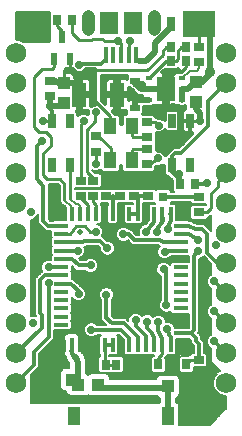
<source format=gtl>
G75*
%MOIN*%
%OFA0B0*%
%FSLAX24Y24*%
%IPPOS*%
%LPD*%
%AMOC8*
5,1,8,0,0,1.08239X$1,22.5*
%
%ADD10R,0.0354X0.0276*%
%ADD11R,0.0157X0.0531*%
%ADD12R,0.0591X0.0748*%
%ADD13C,0.0433*%
%ADD14R,0.0256X0.0492*%
%ADD15R,0.0315X0.0315*%
%ADD16R,0.0276X0.0354*%
%ADD17C,0.0690*%
%ADD18R,0.1050X0.0900*%
%ADD19R,0.0300X0.0500*%
%ADD20R,0.0472X0.0138*%
%ADD21R,0.0394X0.0394*%
%ADD22R,0.0138X0.0472*%
%ADD23C,0.0197*%
%ADD24R,0.0866X0.0413*%
%ADD25R,0.0413X0.0394*%
%ADD26R,0.0394X0.0591*%
%ADD27R,0.0433X0.0394*%
%ADD28R,0.0433X0.0551*%
%ADD29R,0.0197X0.0394*%
%ADD30R,0.0394X0.0433*%
%ADD31R,0.0236X0.0138*%
%ADD32R,0.0630X0.0827*%
%ADD33R,0.0327X0.0248*%
%ADD34R,0.0472X0.0787*%
%ADD35C,0.0278*%
%ADD36C,0.0060*%
%ADD37C,0.0120*%
%ADD38C,0.0200*%
%ADD39C,0.0100*%
%ADD40C,0.0280*%
%ADD41C,0.0150*%
%ADD42C,0.0240*%
%ADD43C,0.0360*%
%ADD44C,0.0080*%
D10*
X007577Y002087D03*
X007577Y002599D03*
X007581Y007522D03*
X007581Y008034D03*
X005887Y008067D03*
X005427Y008067D03*
X004947Y008067D03*
X004487Y008067D03*
X004057Y008067D03*
X003637Y008067D03*
X003637Y008579D03*
X004057Y008579D03*
X004487Y008579D03*
X004947Y008579D03*
X005427Y008579D03*
X005887Y008579D03*
X005837Y009127D03*
X005837Y009639D03*
X005837Y010027D03*
X005837Y010539D03*
X004147Y010059D03*
X004147Y009547D03*
X002617Y011397D03*
X002617Y011909D03*
X007587Y012537D03*
X007587Y013049D03*
D11*
X005498Y012780D03*
X005243Y012780D03*
X004987Y012780D03*
X004731Y012780D03*
X004475Y012780D03*
D12*
X004593Y013829D03*
X005380Y013833D03*
D13*
X006079Y014050D02*
X006079Y013617D01*
X003894Y013617D02*
X003894Y014050D01*
D14*
X003292Y010571D03*
X002682Y010571D03*
X002682Y009095D03*
X003292Y009095D03*
X006682Y009095D03*
X007292Y009095D03*
X007292Y010571D03*
X006682Y010571D03*
D15*
X006380Y008620D03*
X006380Y008030D03*
D16*
X006951Y008483D03*
X007463Y008483D03*
X007153Y012553D03*
X007153Y013023D03*
X006641Y013023D03*
X006641Y012553D03*
X003353Y013943D03*
X002841Y013943D03*
X003961Y002443D03*
X004473Y002443D03*
X004831Y002443D03*
X005343Y002443D03*
X005711Y002453D03*
X006223Y002453D03*
X006641Y002453D03*
X007153Y002453D03*
D17*
X008487Y002833D03*
X008487Y003833D03*
X008487Y004833D03*
X008487Y005833D03*
X008487Y006833D03*
X008487Y007833D03*
X008487Y008833D03*
X008487Y009833D03*
X008487Y010833D03*
X008487Y011833D03*
X008487Y012833D03*
X001487Y012833D03*
X001487Y011833D03*
X001487Y010833D03*
X001487Y009833D03*
X001487Y008833D03*
X001487Y007833D03*
X001487Y006833D03*
X001487Y005833D03*
X001487Y004833D03*
X001487Y003833D03*
X001487Y002833D03*
X001487Y001833D03*
X008487Y001833D03*
D18*
X007577Y013813D03*
D19*
X006652Y013813D03*
D20*
X006975Y007074D03*
X006975Y006799D03*
X006975Y006523D03*
X006975Y006248D03*
X006975Y005972D03*
X006975Y005696D03*
X006975Y005421D03*
X006975Y005145D03*
X006975Y004870D03*
X006975Y004594D03*
X006975Y004319D03*
X006975Y004043D03*
X006975Y003767D03*
X006975Y003492D03*
X002998Y003492D03*
X002998Y003767D03*
X002998Y004043D03*
X002998Y004319D03*
X002998Y004594D03*
X002998Y004870D03*
X002998Y005145D03*
X002998Y005421D03*
X002998Y005696D03*
X002998Y005972D03*
X002998Y006248D03*
X002998Y006523D03*
X002998Y006799D03*
X002998Y007074D03*
D21*
X002959Y007507D03*
X004042Y006228D03*
X004987Y006228D03*
X005932Y006228D03*
X005932Y005283D03*
X004987Y005283D03*
X004042Y005283D03*
X004042Y004338D03*
X004987Y004338D03*
X005932Y004338D03*
X007014Y003059D03*
X002959Y003059D03*
X007014Y007507D03*
D22*
X006640Y007468D03*
X006365Y007468D03*
X006089Y007468D03*
X005813Y007468D03*
X005538Y007468D03*
X005262Y007468D03*
X004987Y007468D03*
X004711Y007468D03*
X004435Y007468D03*
X004160Y007468D03*
X003884Y007468D03*
X003609Y007468D03*
X003333Y007468D03*
X003333Y003098D03*
X003609Y003098D03*
X003884Y003098D03*
X004160Y003098D03*
X004435Y003098D03*
X004711Y003098D03*
X004987Y003098D03*
X005262Y003098D03*
X005538Y003098D03*
X005813Y003098D03*
X006089Y003098D03*
X006365Y003098D03*
X006640Y003098D03*
D23*
X003609Y006858D03*
D24*
X002743Y002524D03*
X002743Y001362D03*
D25*
X003344Y001943D03*
D26*
X003402Y000733D03*
X006551Y000733D03*
D27*
X006552Y001723D03*
X007221Y001723D03*
X004231Y001773D03*
X003562Y001773D03*
D28*
X004632Y009262D03*
X005341Y009262D03*
X005341Y010404D03*
X004632Y010404D03*
D29*
X003273Y012649D03*
X002761Y012649D03*
X003017Y013357D03*
D30*
X003077Y011828D03*
X003077Y011158D03*
X007487Y011188D03*
X007487Y011858D03*
D31*
X007028Y012007D03*
X007028Y011633D03*
X007028Y011259D03*
X005925Y011259D03*
X005925Y011633D03*
X005925Y012007D03*
D32*
X006477Y011633D03*
D33*
X005457Y011906D03*
X005457Y011000D03*
D34*
X004857Y011443D03*
X003597Y011443D03*
D35*
X006247Y008933D03*
X005187Y008763D03*
X007167Y007753D03*
X007867Y004903D03*
X007857Y003893D03*
X007217Y002853D03*
X005867Y002083D03*
X005137Y002093D03*
X005147Y001293D03*
X004187Y001293D03*
X003367Y001293D03*
X002127Y001293D03*
X002577Y002923D03*
X003577Y004203D03*
X004997Y004783D03*
X005947Y004793D03*
X002367Y006653D03*
X002167Y005753D03*
X002767Y007753D03*
X002757Y008083D03*
X006157Y001293D03*
X006957Y001293D03*
X007047Y000923D03*
X007047Y000553D03*
X007897Y000553D03*
X008297Y000953D03*
D36*
X001987Y001183D02*
X001987Y002093D01*
X002247Y002353D01*
X002247Y002803D01*
X002737Y003293D01*
X002737Y003588D01*
X003280Y003588D01*
X003345Y003653D01*
X003345Y003882D01*
X003321Y003905D01*
X003345Y003928D01*
X003345Y004157D01*
X003321Y004181D01*
X003345Y004204D01*
X003345Y004433D01*
X003321Y004456D01*
X003345Y004480D01*
X003345Y004686D01*
X003355Y004661D01*
X003425Y004591D01*
X003517Y004553D01*
X003616Y004553D01*
X003708Y004591D01*
X003779Y004661D01*
X003817Y004753D01*
X003817Y004853D01*
X003779Y004945D01*
X003708Y005015D01*
X003669Y005031D01*
X003637Y005063D01*
X003487Y005213D01*
X003387Y005313D01*
X003345Y005313D01*
X003345Y005535D01*
X003321Y005559D01*
X003345Y005582D01*
X003345Y005735D01*
X003496Y005583D01*
X003793Y005583D01*
X003835Y005541D01*
X003927Y005503D01*
X004026Y005503D01*
X004118Y005541D01*
X004189Y005611D01*
X004227Y005703D01*
X004227Y005803D01*
X004189Y005895D01*
X004118Y005965D01*
X004026Y006003D01*
X003927Y006003D01*
X003835Y005965D01*
X003793Y005923D01*
X003637Y005923D01*
X003567Y005993D01*
X003586Y005993D01*
X003678Y006031D01*
X003749Y006101D01*
X003787Y006193D01*
X003787Y006293D01*
X003762Y006353D01*
X003777Y006353D01*
X003827Y006403D01*
X004216Y006403D01*
X004277Y006343D01*
X004277Y006283D01*
X004315Y006191D01*
X004385Y006121D01*
X004477Y006083D01*
X004576Y006083D01*
X004668Y006121D01*
X004739Y006191D01*
X004777Y006283D01*
X004777Y006383D01*
X004739Y006475D01*
X004668Y006545D01*
X004576Y006583D01*
X004517Y006583D01*
X004457Y006643D01*
X004357Y006743D01*
X004353Y006743D01*
X004387Y006823D01*
X004387Y006923D01*
X004349Y007015D01*
X004278Y007085D01*
X004189Y007122D01*
X004274Y007122D01*
X004339Y007186D01*
X004339Y007750D01*
X004317Y007771D01*
X004320Y007819D01*
X004541Y007819D01*
X004541Y007759D01*
X004532Y007750D01*
X004532Y007186D01*
X004597Y007122D01*
X004826Y007122D01*
X004890Y007186D01*
X004890Y007750D01*
X004881Y007759D01*
X004881Y007819D01*
X005169Y007819D01*
X005187Y007837D01*
X005204Y007819D01*
X005368Y007819D01*
X005368Y007814D01*
X005148Y007814D01*
X005083Y007750D01*
X005083Y007186D01*
X005148Y007122D01*
X005377Y007122D01*
X005400Y007145D01*
X005423Y007122D01*
X005652Y007122D01*
X005717Y007186D01*
X005717Y007750D01*
X005708Y007759D01*
X005708Y007819D01*
X006109Y007819D01*
X006115Y007825D01*
X006125Y007814D01*
X005975Y007814D01*
X005910Y007750D01*
X005910Y007261D01*
X005804Y007123D01*
X005777Y007123D01*
X005685Y007085D01*
X005615Y007015D01*
X005577Y006923D01*
X005577Y006823D01*
X005593Y006783D01*
X005487Y006783D01*
X005307Y006963D01*
X005240Y006963D01*
X005198Y007005D01*
X005106Y007043D01*
X005007Y007043D01*
X004915Y007005D01*
X004845Y006935D01*
X004807Y006843D01*
X004807Y006743D01*
X004845Y006651D01*
X004449Y006651D01*
X004508Y006593D02*
X004904Y006593D01*
X004915Y006581D02*
X005007Y006543D01*
X005106Y006543D01*
X005198Y006581D01*
X005203Y006586D01*
X005346Y006443D01*
X006216Y006443D01*
X006257Y006403D01*
X006270Y006390D01*
X006225Y006345D01*
X006187Y006253D01*
X006187Y006153D01*
X006225Y006061D01*
X006295Y005991D01*
X006387Y005953D01*
X006486Y005953D01*
X006578Y005991D01*
X006649Y006061D01*
X006655Y006078D01*
X006684Y006078D01*
X006693Y006069D01*
X007256Y006069D01*
X007257Y006064D01*
X007257Y005875D01*
X007257Y005875D01*
X006693Y005875D01*
X006629Y005811D01*
X006629Y005750D01*
X006619Y005775D01*
X006548Y005845D01*
X006456Y005883D01*
X006357Y005883D01*
X006265Y005845D01*
X006195Y005775D01*
X006157Y005683D01*
X006157Y005583D01*
X006195Y005491D01*
X006265Y005421D01*
X006317Y005400D01*
X006317Y004617D01*
X006275Y004575D01*
X006237Y004483D01*
X006237Y004383D01*
X006275Y004291D01*
X006345Y004221D01*
X006437Y004183D01*
X006536Y004183D01*
X006628Y004221D01*
X006629Y004221D01*
X006629Y004204D01*
X006693Y004140D01*
X007257Y004140D01*
X007257Y003681D01*
X007246Y003671D01*
X006777Y003671D01*
X006777Y003673D01*
X006739Y003765D01*
X006668Y003835D01*
X006576Y003873D01*
X006477Y003873D01*
X006477Y003873D01*
X006477Y003913D01*
X006439Y004005D01*
X006368Y004075D01*
X006276Y004113D01*
X006177Y004113D01*
X006085Y004075D01*
X006052Y004042D01*
X005998Y004095D01*
X005906Y004133D01*
X005807Y004133D01*
X005715Y004095D01*
X005687Y004067D01*
X005618Y004135D01*
X005526Y004173D01*
X005427Y004173D01*
X005335Y004135D01*
X005265Y004065D01*
X005227Y003973D01*
X005227Y003913D01*
X005147Y003993D01*
X004737Y003993D01*
X004667Y004063D01*
X004667Y004590D01*
X004709Y004631D01*
X004747Y004723D01*
X004747Y004823D01*
X004709Y004915D01*
X004638Y004985D01*
X004546Y005023D01*
X004447Y005023D01*
X004355Y004985D01*
X004285Y004915D01*
X004247Y004823D01*
X004247Y004723D01*
X004285Y004631D01*
X004327Y004590D01*
X004327Y003923D01*
X004476Y003773D01*
X004180Y003773D01*
X004138Y003815D01*
X004046Y003853D01*
X003947Y003853D01*
X003855Y003815D01*
X003785Y003745D01*
X003747Y003653D01*
X003747Y003553D01*
X003785Y003461D01*
X003855Y003391D01*
X003947Y003353D01*
X004046Y003353D01*
X004138Y003391D01*
X004180Y003433D01*
X004310Y003433D01*
X004257Y003380D01*
X004257Y002816D01*
X004275Y002797D01*
X004275Y002717D01*
X004225Y002666D01*
X004225Y002220D01*
X004289Y002156D01*
X005014Y002156D01*
X005079Y002220D01*
X005079Y002666D01*
X005014Y002730D01*
X004595Y002730D01*
X004595Y002753D01*
X004597Y002752D01*
X004826Y002752D01*
X004890Y002816D01*
X004890Y003380D01*
X004837Y003433D01*
X004918Y003433D01*
X005083Y003274D01*
X005083Y002816D01*
X005148Y002752D01*
X005377Y002752D01*
X005400Y002775D01*
X005423Y002752D01*
X005652Y002752D01*
X005676Y002775D01*
X005699Y002752D01*
X005928Y002752D01*
X005951Y002775D01*
X005975Y002752D01*
X006079Y002752D01*
X006068Y002740D01*
X006039Y002740D01*
X005975Y002676D01*
X005975Y002230D01*
X006039Y002166D01*
X006406Y002166D01*
X006470Y002230D01*
X006470Y002676D01*
X006463Y002683D01*
X006525Y002745D01*
X006525Y002753D01*
X006526Y002752D01*
X006755Y002752D01*
X006819Y002816D01*
X006819Y003313D01*
X007253Y003313D01*
X007317Y003257D01*
X007317Y003163D01*
X007407Y003073D01*
X007407Y002847D01*
X007354Y002847D01*
X007290Y002782D01*
X007290Y002759D01*
X007232Y002759D01*
X007213Y002740D01*
X006969Y002740D01*
X006905Y002676D01*
X006905Y002230D01*
X006969Y002166D01*
X007336Y002166D01*
X007400Y002230D01*
X007400Y002351D01*
X007799Y002351D01*
X007864Y002416D01*
X007864Y002782D01*
X007799Y002847D01*
X007747Y002847D01*
X007747Y003213D01*
X007659Y003301D01*
X007657Y003338D01*
X007657Y003403D01*
X007653Y003408D01*
X007652Y003413D01*
X007603Y003457D01*
X007558Y003502D01*
X007597Y003540D01*
X007597Y005973D01*
X007688Y006011D01*
X007733Y006056D01*
X007987Y005795D01*
X007987Y005448D01*
X007955Y005435D01*
X007885Y005365D01*
X007847Y005273D01*
X007847Y005173D01*
X007885Y005081D01*
X007955Y005011D01*
X007987Y004998D01*
X007987Y004448D01*
X007955Y004435D01*
X007885Y004365D01*
X007847Y004273D01*
X007847Y004173D01*
X007885Y004081D01*
X007955Y004011D01*
X007987Y003998D01*
X007987Y003448D01*
X007955Y003435D01*
X007885Y003365D01*
X007847Y003273D01*
X007847Y003173D01*
X007885Y003081D01*
X007955Y003011D01*
X007987Y002998D01*
X007987Y002533D01*
X008280Y002240D01*
X008229Y002219D01*
X008101Y002091D01*
X008032Y001924D01*
X008032Y001743D01*
X008101Y001575D01*
X008229Y001447D01*
X008387Y001382D01*
X008387Y001183D01*
X006848Y001183D01*
X006832Y001199D01*
X006832Y001346D01*
X006843Y001346D01*
X006949Y001452D01*
X006949Y001994D01*
X006927Y002016D01*
X006927Y002133D01*
X008171Y002133D01*
X008118Y002079D01*
X008052Y001920D01*
X008052Y001747D01*
X008118Y001587D01*
X008240Y001464D01*
X008400Y001398D01*
X008487Y001398D01*
X008487Y000989D01*
X007941Y000443D01*
X006928Y000443D01*
X006928Y001103D01*
X006927Y001105D01*
X006927Y001430D01*
X006949Y001452D01*
X006949Y001994D01*
X006843Y002100D01*
X006261Y002100D01*
X006155Y001994D01*
X006155Y001963D01*
X004628Y001963D01*
X004628Y002044D01*
X004522Y002150D01*
X003940Y002150D01*
X003897Y002106D01*
X003853Y002150D01*
X003817Y002150D01*
X003817Y002449D01*
X003825Y002532D01*
X003780Y002719D01*
X003780Y002719D01*
X003677Y002882D01*
X003601Y002942D01*
X003582Y002957D01*
X003582Y003409D01*
X003477Y003514D01*
X003190Y003514D01*
X003084Y003409D01*
X003084Y002844D01*
X003084Y002844D01*
X003084Y002844D01*
X003084Y002844D01*
X003084Y002787D01*
X003125Y002747D01*
X003149Y002690D01*
X003155Y002636D01*
X003209Y002539D01*
X003252Y002504D01*
X003254Y002502D01*
X003257Y002498D01*
X003257Y002477D01*
X003253Y002435D01*
X003257Y002421D01*
X003257Y002320D01*
X003063Y002320D01*
X002958Y002214D01*
X002958Y001672D01*
X003063Y001566D01*
X003165Y001566D01*
X003165Y001502D01*
X003271Y001396D01*
X003853Y001396D01*
X003897Y001440D01*
X003940Y001396D01*
X004522Y001396D01*
X004529Y001403D01*
X006204Y001403D01*
X006261Y001346D01*
X006272Y001346D01*
X006272Y001200D01*
X006255Y001183D01*
X001987Y001183D01*
X001987Y001211D02*
X006272Y001211D01*
X006272Y001269D02*
X001987Y001269D01*
X001987Y001328D02*
X006272Y001328D01*
X006221Y001386D02*
X001987Y001386D01*
X001987Y001445D02*
X003223Y001445D01*
X003165Y001503D02*
X001987Y001503D01*
X001987Y001562D02*
X003165Y001562D01*
X003009Y001620D02*
X001987Y001620D01*
X001987Y001679D02*
X002958Y001679D01*
X002958Y001737D02*
X001987Y001737D01*
X001987Y001796D02*
X002958Y001796D01*
X002958Y001854D02*
X001987Y001854D01*
X001987Y001913D02*
X002958Y001913D01*
X002958Y001971D02*
X001987Y001971D01*
X001987Y002030D02*
X002958Y002030D01*
X002958Y002088D02*
X001987Y002088D01*
X002041Y002147D02*
X002958Y002147D01*
X002958Y002205D02*
X002099Y002205D01*
X002158Y002264D02*
X003007Y002264D01*
X003257Y002322D02*
X002216Y002322D01*
X002247Y002381D02*
X003257Y002381D01*
X003253Y002439D02*
X002247Y002439D01*
X002247Y002498D02*
X003257Y002498D01*
X003199Y002556D02*
X002247Y002556D01*
X002247Y002615D02*
X003167Y002615D01*
X003151Y002673D02*
X002247Y002673D01*
X002247Y002732D02*
X003131Y002732D01*
X003084Y002790D02*
X002247Y002790D01*
X002293Y002849D02*
X003084Y002849D01*
X003084Y002907D02*
X002351Y002907D01*
X002410Y002966D02*
X003084Y002966D01*
X003084Y003024D02*
X002468Y003024D01*
X002527Y003083D02*
X003084Y003083D01*
X003084Y003141D02*
X002585Y003141D01*
X002644Y003200D02*
X003084Y003200D01*
X003084Y003258D02*
X002702Y003258D01*
X002737Y003317D02*
X003084Y003317D01*
X003084Y003375D02*
X002737Y003375D01*
X002737Y003434D02*
X003109Y003434D01*
X003167Y003492D02*
X002737Y003492D01*
X002737Y003551D02*
X003748Y003551D01*
X003747Y003609D02*
X003301Y003609D01*
X003345Y003668D02*
X003753Y003668D01*
X003777Y003726D02*
X003345Y003726D01*
X003345Y003785D02*
X003825Y003785D01*
X003923Y003843D02*
X003345Y003843D01*
X003325Y003902D02*
X004348Y003902D01*
X004327Y003960D02*
X003345Y003960D01*
X003345Y004019D02*
X004327Y004019D01*
X004327Y004077D02*
X003345Y004077D01*
X003345Y004136D02*
X004327Y004136D01*
X004327Y004194D02*
X003335Y004194D01*
X003345Y004253D02*
X004327Y004253D01*
X004327Y004311D02*
X003345Y004311D01*
X003345Y004370D02*
X004327Y004370D01*
X004327Y004428D02*
X003345Y004428D01*
X003345Y004487D02*
X004327Y004487D01*
X004327Y004545D02*
X003345Y004545D01*
X003345Y004604D02*
X003413Y004604D01*
X003354Y004662D02*
X003345Y004662D01*
X003721Y004604D02*
X004313Y004604D01*
X004272Y004662D02*
X003779Y004662D01*
X003803Y004721D02*
X004248Y004721D01*
X004247Y004779D02*
X003817Y004779D01*
X003817Y004838D02*
X004253Y004838D01*
X004277Y004896D02*
X003799Y004896D01*
X003769Y004955D02*
X004325Y004955D01*
X004423Y005013D02*
X003710Y005013D01*
X003637Y005063D02*
X003637Y005063D01*
X003629Y005072D02*
X006317Y005072D01*
X006317Y005130D02*
X003570Y005130D01*
X003512Y005189D02*
X006317Y005189D01*
X006317Y005247D02*
X003453Y005247D01*
X003487Y005213D02*
X003487Y005213D01*
X003395Y005306D02*
X006317Y005306D01*
X006317Y005364D02*
X003345Y005364D01*
X003345Y005423D02*
X006264Y005423D01*
X006205Y005481D02*
X003345Y005481D01*
X003340Y005540D02*
X003839Y005540D01*
X004115Y005540D02*
X006175Y005540D01*
X006157Y005598D02*
X004175Y005598D01*
X004207Y005657D02*
X006157Y005657D01*
X006170Y005715D02*
X004227Y005715D01*
X004227Y005774D02*
X006194Y005774D01*
X006252Y005832D02*
X004215Y005832D01*
X004190Y005891D02*
X007257Y005891D01*
X007257Y005949D02*
X004134Y005949D01*
X004323Y006183D02*
X003782Y006183D01*
X003787Y006242D02*
X004294Y006242D01*
X004277Y006300D02*
X003784Y006300D01*
X003783Y006359D02*
X004261Y006359D01*
X004382Y006125D02*
X003758Y006125D01*
X003713Y006066D02*
X006223Y006066D01*
X006199Y006125D02*
X004672Y006125D01*
X004730Y006183D02*
X006187Y006183D01*
X006187Y006242D02*
X004759Y006242D01*
X004777Y006300D02*
X006206Y006300D01*
X006239Y006359D02*
X004777Y006359D01*
X004762Y006417D02*
X006242Y006417D01*
X006279Y006008D02*
X003621Y006008D01*
X003611Y005949D02*
X003819Y005949D01*
X003423Y005657D02*
X003345Y005657D01*
X003345Y005715D02*
X003364Y005715D01*
X003345Y005598D02*
X003481Y005598D01*
X002652Y005928D02*
X002616Y005943D01*
X002517Y005943D01*
X002425Y005905D01*
X002355Y005835D01*
X002317Y005743D01*
X002317Y005643D01*
X002355Y005552D01*
X002226Y005423D01*
X002127Y005323D01*
X002127Y004180D01*
X002116Y004127D01*
X002127Y004112D01*
X002127Y004093D01*
X002157Y004062D01*
X002106Y004083D01*
X002007Y004083D01*
X001987Y004075D01*
X001987Y007283D01*
X002036Y007283D01*
X002128Y007321D01*
X002199Y007391D01*
X002227Y007459D01*
X002227Y007153D01*
X002326Y007053D01*
X002475Y006904D01*
X002652Y006904D01*
X002652Y006684D01*
X002676Y006661D01*
X002652Y006638D01*
X002652Y006409D01*
X002676Y006385D01*
X002652Y006362D01*
X002652Y006133D01*
X002676Y006110D01*
X002652Y006087D01*
X002652Y005928D01*
X002652Y005949D02*
X001987Y005949D01*
X001987Y005891D02*
X002411Y005891D01*
X002354Y005832D02*
X001987Y005832D01*
X001987Y005774D02*
X002329Y005774D01*
X002317Y005715D02*
X001987Y005715D01*
X001987Y005657D02*
X002317Y005657D01*
X002335Y005598D02*
X001987Y005598D01*
X001987Y005540D02*
X002343Y005540D01*
X002284Y005481D02*
X001987Y005481D01*
X001987Y005423D02*
X002226Y005423D01*
X002167Y005364D02*
X001987Y005364D01*
X001987Y005306D02*
X002127Y005306D01*
X002127Y005247D02*
X001987Y005247D01*
X001987Y005189D02*
X002127Y005189D01*
X002127Y005130D02*
X001987Y005130D01*
X001987Y005072D02*
X002127Y005072D01*
X002127Y005013D02*
X001987Y005013D01*
X001987Y004955D02*
X002127Y004955D01*
X002127Y004896D02*
X001987Y004896D01*
X001987Y004838D02*
X002127Y004838D01*
X002127Y004779D02*
X001987Y004779D01*
X001987Y004721D02*
X002127Y004721D01*
X002127Y004662D02*
X001987Y004662D01*
X001987Y004604D02*
X002127Y004604D01*
X002127Y004545D02*
X001987Y004545D01*
X001987Y004487D02*
X002127Y004487D01*
X002127Y004428D02*
X001987Y004428D01*
X001987Y004370D02*
X002127Y004370D01*
X002127Y004311D02*
X001987Y004311D01*
X001987Y004253D02*
X002127Y004253D01*
X002127Y004194D02*
X001987Y004194D01*
X001987Y004136D02*
X002118Y004136D01*
X002121Y004077D02*
X002142Y004077D01*
X001992Y004077D02*
X001987Y004077D01*
X003499Y003492D02*
X003772Y003492D01*
X003813Y003434D02*
X003557Y003434D01*
X003582Y003375D02*
X003894Y003375D01*
X004100Y003375D02*
X004257Y003375D01*
X004257Y003317D02*
X003582Y003317D01*
X003582Y003258D02*
X004257Y003258D01*
X004257Y003200D02*
X003582Y003200D01*
X003582Y003141D02*
X004257Y003141D01*
X004257Y003083D02*
X003582Y003083D01*
X003582Y003024D02*
X004257Y003024D01*
X004257Y002966D02*
X003582Y002966D01*
X003645Y002907D02*
X004257Y002907D01*
X004257Y002849D02*
X003698Y002849D01*
X003677Y002882D02*
X003677Y002882D01*
X003735Y002790D02*
X004275Y002790D01*
X004275Y002732D02*
X003772Y002732D01*
X003791Y002673D02*
X004232Y002673D01*
X004225Y002615D02*
X003805Y002615D01*
X003819Y002556D02*
X004225Y002556D01*
X004225Y002498D02*
X003821Y002498D01*
X003825Y002532D02*
X003825Y002532D01*
X003817Y002439D02*
X004225Y002439D01*
X004225Y002381D02*
X003817Y002381D01*
X003817Y002322D02*
X004225Y002322D01*
X004225Y002264D02*
X003817Y002264D01*
X003817Y002205D02*
X004240Y002205D01*
X004526Y002147D02*
X008157Y002147D01*
X008126Y002088D02*
X006927Y002088D01*
X006927Y002030D02*
X008097Y002030D01*
X008076Y002030D02*
X006913Y002030D01*
X006949Y001971D02*
X008073Y001971D01*
X008051Y001971D02*
X006949Y001971D01*
X006949Y001913D02*
X008052Y001913D01*
X008032Y001913D02*
X006949Y001913D01*
X006949Y001854D02*
X008052Y001854D01*
X008032Y001854D02*
X006949Y001854D01*
X006949Y001796D02*
X008052Y001796D01*
X008032Y001796D02*
X006949Y001796D01*
X006949Y001737D02*
X008056Y001737D01*
X008034Y001737D02*
X006949Y001737D01*
X006949Y001679D02*
X008080Y001679D01*
X008058Y001679D02*
X006949Y001679D01*
X006949Y001620D02*
X008104Y001620D01*
X008082Y001620D02*
X006949Y001620D01*
X006949Y001562D02*
X008143Y001562D01*
X008115Y001562D02*
X006949Y001562D01*
X006949Y001503D02*
X008201Y001503D01*
X008173Y001503D02*
X006949Y001503D01*
X006941Y001445D02*
X008288Y001445D01*
X008236Y001445D02*
X006941Y001445D01*
X006927Y001386D02*
X008487Y001386D01*
X008487Y001328D02*
X006927Y001328D01*
X006927Y001269D02*
X008487Y001269D01*
X008487Y001211D02*
X006927Y001211D01*
X006927Y001152D02*
X008487Y001152D01*
X008487Y001094D02*
X006928Y001094D01*
X006928Y001035D02*
X008487Y001035D01*
X008475Y000977D02*
X006928Y000977D01*
X006928Y000918D02*
X008416Y000918D01*
X008358Y000860D02*
X006928Y000860D01*
X006928Y000801D02*
X008299Y000801D01*
X008241Y000743D02*
X006928Y000743D01*
X006928Y000684D02*
X008182Y000684D01*
X008124Y000626D02*
X006928Y000626D01*
X006928Y000567D02*
X008065Y000567D01*
X008007Y000509D02*
X006928Y000509D01*
X006928Y000450D02*
X007948Y000450D01*
X008387Y001211D02*
X006832Y001211D01*
X006832Y001269D02*
X008387Y001269D01*
X008387Y001328D02*
X006832Y001328D01*
X006883Y001386D02*
X008377Y001386D01*
X008100Y002088D02*
X006855Y002088D01*
X006930Y002205D02*
X006445Y002205D01*
X006470Y002264D02*
X006905Y002264D01*
X006905Y002322D02*
X006470Y002322D01*
X006470Y002381D02*
X006905Y002381D01*
X006905Y002439D02*
X006470Y002439D01*
X006470Y002498D02*
X006905Y002498D01*
X006905Y002556D02*
X006470Y002556D01*
X006470Y002615D02*
X006905Y002615D01*
X006905Y002673D02*
X006470Y002673D01*
X006511Y002732D02*
X006961Y002732D01*
X006793Y002790D02*
X007297Y002790D01*
X007407Y002849D02*
X006819Y002849D01*
X006819Y002907D02*
X007407Y002907D01*
X007407Y002966D02*
X006819Y002966D01*
X006819Y003024D02*
X007407Y003024D01*
X007397Y003083D02*
X006819Y003083D01*
X006819Y003141D02*
X007338Y003141D01*
X007317Y003200D02*
X006819Y003200D01*
X006819Y003258D02*
X007315Y003258D01*
X007568Y003492D02*
X007987Y003492D01*
X007987Y003551D02*
X007597Y003551D01*
X007597Y003609D02*
X007987Y003609D01*
X007987Y003668D02*
X007597Y003668D01*
X007597Y003726D02*
X007987Y003726D01*
X007987Y003785D02*
X007597Y003785D01*
X007597Y003843D02*
X007987Y003843D01*
X007987Y003902D02*
X007597Y003902D01*
X007597Y003960D02*
X007987Y003960D01*
X007948Y004019D02*
X007597Y004019D01*
X007597Y004077D02*
X007889Y004077D01*
X007862Y004136D02*
X007597Y004136D01*
X007597Y004194D02*
X007847Y004194D01*
X007847Y004253D02*
X007597Y004253D01*
X007597Y004311D02*
X007863Y004311D01*
X007890Y004370D02*
X007597Y004370D01*
X007597Y004428D02*
X007948Y004428D01*
X007987Y004487D02*
X007597Y004487D01*
X007597Y004545D02*
X007987Y004545D01*
X007987Y004604D02*
X007597Y004604D01*
X007597Y004662D02*
X007987Y004662D01*
X007987Y004721D02*
X007597Y004721D01*
X007597Y004779D02*
X007987Y004779D01*
X007987Y004838D02*
X007597Y004838D01*
X007597Y004896D02*
X007987Y004896D01*
X007987Y004955D02*
X007597Y004955D01*
X007597Y005013D02*
X007953Y005013D01*
X007895Y005072D02*
X007597Y005072D01*
X007597Y005130D02*
X007865Y005130D01*
X007847Y005189D02*
X007597Y005189D01*
X007597Y005247D02*
X007847Y005247D01*
X007860Y005306D02*
X007597Y005306D01*
X007597Y005364D02*
X007884Y005364D01*
X007943Y005423D02*
X007597Y005423D01*
X007597Y005481D02*
X007987Y005481D01*
X007987Y005540D02*
X007597Y005540D01*
X007597Y005598D02*
X007987Y005598D01*
X007987Y005657D02*
X007597Y005657D01*
X007597Y005715D02*
X007987Y005715D01*
X007987Y005774D02*
X007597Y005774D01*
X007597Y005832D02*
X007951Y005832D01*
X007894Y005891D02*
X007597Y005891D01*
X007597Y005949D02*
X007837Y005949D01*
X007780Y006008D02*
X007680Y006008D01*
X007257Y006008D02*
X006595Y006008D01*
X006651Y006066D02*
X007256Y006066D01*
X006650Y005832D02*
X006561Y005832D01*
X006619Y005774D02*
X006629Y005774D01*
X006317Y005013D02*
X004570Y005013D01*
X004669Y004955D02*
X006317Y004955D01*
X006317Y004896D02*
X004716Y004896D01*
X004741Y004838D02*
X006317Y004838D01*
X006317Y004779D02*
X004747Y004779D01*
X004746Y004721D02*
X006317Y004721D01*
X006317Y004662D02*
X004721Y004662D01*
X004681Y004604D02*
X006304Y004604D01*
X006262Y004545D02*
X004667Y004545D01*
X004667Y004487D02*
X006238Y004487D01*
X006237Y004428D02*
X004667Y004428D01*
X004667Y004370D02*
X006242Y004370D01*
X006267Y004311D02*
X004667Y004311D01*
X004667Y004253D02*
X006314Y004253D01*
X006410Y004194D02*
X004667Y004194D01*
X004667Y004136D02*
X005336Y004136D01*
X005277Y004077D02*
X004667Y004077D01*
X004712Y004019D02*
X005246Y004019D01*
X005227Y003960D02*
X005180Y003960D01*
X005617Y004136D02*
X007257Y004136D01*
X007257Y004140D02*
X007257Y004140D01*
X007257Y004077D02*
X006363Y004077D01*
X006425Y004019D02*
X007257Y004019D01*
X007257Y003960D02*
X006457Y003960D01*
X006477Y003902D02*
X007257Y003902D01*
X007257Y003843D02*
X006649Y003843D01*
X006719Y003785D02*
X007257Y003785D01*
X007257Y003726D02*
X006755Y003726D01*
X006639Y004194D02*
X006563Y004194D01*
X006090Y004077D02*
X006016Y004077D01*
X005697Y004077D02*
X005676Y004077D01*
X004978Y003375D02*
X004890Y003375D01*
X004890Y003317D02*
X005039Y003317D01*
X005083Y003258D02*
X004890Y003258D01*
X004890Y003200D02*
X005083Y003200D01*
X005083Y003141D02*
X004890Y003141D01*
X004890Y003083D02*
X005083Y003083D01*
X005083Y003024D02*
X004890Y003024D01*
X004890Y002966D02*
X005083Y002966D01*
X005083Y002907D02*
X004890Y002907D01*
X004890Y002849D02*
X005083Y002849D01*
X005110Y002790D02*
X004864Y002790D01*
X005071Y002673D02*
X005975Y002673D01*
X005975Y002615D02*
X005079Y002615D01*
X005079Y002556D02*
X005975Y002556D01*
X005975Y002498D02*
X005079Y002498D01*
X005079Y002439D02*
X005975Y002439D01*
X005975Y002381D02*
X005079Y002381D01*
X005079Y002322D02*
X005975Y002322D01*
X005975Y002264D02*
X005079Y002264D01*
X005063Y002205D02*
X006000Y002205D01*
X006191Y002030D02*
X004628Y002030D01*
X004628Y001971D02*
X006155Y001971D01*
X006249Y002088D02*
X004584Y002088D01*
X003937Y002147D02*
X003856Y002147D01*
X004595Y002732D02*
X006031Y002732D01*
X007400Y002322D02*
X008198Y002322D01*
X008256Y002264D02*
X007400Y002264D01*
X007375Y002205D02*
X008215Y002205D01*
X008139Y002381D02*
X007829Y002381D01*
X007864Y002439D02*
X008081Y002439D01*
X008022Y002498D02*
X007864Y002498D01*
X007864Y002556D02*
X007987Y002556D01*
X007987Y002615D02*
X007864Y002615D01*
X007864Y002673D02*
X007987Y002673D01*
X007987Y002732D02*
X007864Y002732D01*
X007856Y002790D02*
X007987Y002790D01*
X007987Y002849D02*
X007747Y002849D01*
X007747Y002907D02*
X007987Y002907D01*
X007987Y002966D02*
X007747Y002966D01*
X007747Y003024D02*
X007942Y003024D01*
X007884Y003083D02*
X007747Y003083D01*
X007747Y003141D02*
X007860Y003141D01*
X007847Y003200D02*
X007747Y003200D01*
X007702Y003258D02*
X007847Y003258D01*
X007865Y003317D02*
X007658Y003317D01*
X007657Y003375D02*
X007895Y003375D01*
X007954Y003434D02*
X007629Y003434D01*
X004465Y003785D02*
X004169Y003785D01*
X004070Y003843D02*
X004406Y003843D01*
X002652Y006008D02*
X001987Y006008D01*
X001987Y006066D02*
X002652Y006066D01*
X002661Y006125D02*
X001987Y006125D01*
X001987Y006183D02*
X002652Y006183D01*
X002652Y006242D02*
X001987Y006242D01*
X001987Y006300D02*
X002652Y006300D01*
X002652Y006359D02*
X001987Y006359D01*
X001987Y006417D02*
X002652Y006417D01*
X002652Y006476D02*
X001987Y006476D01*
X001987Y006534D02*
X002652Y006534D01*
X002652Y006593D02*
X001987Y006593D01*
X001987Y006651D02*
X002666Y006651D01*
X002652Y006710D02*
X001987Y006710D01*
X001987Y006768D02*
X002652Y006768D01*
X002652Y006827D02*
X001987Y006827D01*
X001987Y006885D02*
X002652Y006885D01*
X002436Y006944D02*
X001987Y006944D01*
X001987Y007002D02*
X002377Y007002D01*
X002319Y007061D02*
X001987Y007061D01*
X001987Y007119D02*
X002260Y007119D01*
X002227Y007178D02*
X001987Y007178D01*
X001987Y007236D02*
X002227Y007236D01*
X002227Y007295D02*
X002064Y007295D01*
X002160Y007353D02*
X002227Y007353D01*
X002227Y007412D02*
X002207Y007412D01*
X002567Y007412D02*
X003154Y007412D01*
X003154Y007470D02*
X002567Y007470D01*
X002567Y007529D02*
X003154Y007529D01*
X003154Y007587D02*
X002567Y007587D01*
X002567Y007646D02*
X003154Y007646D01*
X003154Y007688D02*
X003154Y007253D01*
X002717Y007253D01*
X002708Y007244D01*
X002616Y007244D01*
X002567Y007293D01*
X002567Y008463D01*
X002870Y008463D01*
X002937Y008397D01*
X002937Y007877D01*
X003030Y007783D01*
X003059Y007783D01*
X003154Y007688D01*
X003138Y007704D02*
X002567Y007704D01*
X002567Y007763D02*
X003079Y007763D01*
X002992Y007821D02*
X002567Y007821D01*
X002567Y007880D02*
X002937Y007880D01*
X002937Y007938D02*
X002567Y007938D01*
X002567Y007997D02*
X002937Y007997D01*
X002937Y008055D02*
X002567Y008055D01*
X002567Y008114D02*
X002937Y008114D01*
X002937Y008172D02*
X002567Y008172D01*
X002567Y008231D02*
X002937Y008231D01*
X002937Y008289D02*
X002567Y008289D01*
X002567Y008348D02*
X002937Y008348D01*
X002927Y008406D02*
X002567Y008406D01*
X003097Y007943D02*
X003333Y007707D01*
X003333Y007468D01*
X003154Y007353D02*
X002567Y007353D01*
X002567Y007295D02*
X003154Y007295D01*
X003609Y007468D02*
X003609Y007741D01*
X003557Y007793D01*
X003467Y007793D01*
X003297Y007963D01*
X003457Y008315D02*
X003457Y008331D01*
X003859Y008331D01*
X004279Y008331D01*
X004344Y008396D01*
X004344Y008762D01*
X004279Y008827D01*
X004119Y008827D01*
X004022Y008924D01*
X004097Y008893D01*
X004196Y008893D01*
X004288Y008931D01*
X004306Y008949D01*
X004306Y008941D01*
X004370Y008877D01*
X004894Y008877D01*
X004959Y008941D01*
X004959Y009113D01*
X005014Y009113D01*
X005014Y008941D01*
X005079Y008877D01*
X005603Y008877D01*
X005610Y008883D01*
X005614Y008879D01*
X006059Y008879D01*
X006124Y008944D01*
X006124Y009056D01*
X006154Y009078D01*
X006167Y009073D01*
X006266Y009073D01*
X006358Y009111D01*
X006360Y009113D01*
X006444Y009113D01*
X006444Y008803D01*
X006508Y008739D01*
X006561Y008739D01*
X006616Y008683D01*
X006703Y008596D01*
X006703Y008260D01*
X006763Y008200D01*
X006648Y008200D01*
X006648Y008233D01*
X006583Y008297D01*
X006177Y008297D01*
X006152Y008272D01*
X006109Y008315D01*
X005664Y008315D01*
X005657Y008308D01*
X005649Y008315D01*
X005204Y008315D01*
X005187Y008298D01*
X005169Y008315D01*
X004724Y008315D01*
X004717Y008308D01*
X004709Y008315D01*
X003457Y008315D01*
X004072Y008874D02*
X006444Y008874D01*
X006444Y008816D02*
X004291Y008816D01*
X004344Y008757D02*
X006490Y008757D01*
X006601Y008699D02*
X004344Y008699D01*
X004344Y008640D02*
X006659Y008640D01*
X006703Y008582D02*
X004344Y008582D01*
X004344Y008523D02*
X006703Y008523D01*
X006703Y008465D02*
X004344Y008465D01*
X004344Y008406D02*
X006703Y008406D01*
X006703Y008348D02*
X004296Y008348D01*
X004290Y008933D02*
X004314Y008933D01*
X004950Y008933D02*
X005023Y008933D01*
X005014Y008991D02*
X004959Y008991D01*
X004959Y009050D02*
X005014Y009050D01*
X005014Y009108D02*
X004959Y009108D01*
X006113Y008933D02*
X006444Y008933D01*
X006444Y008991D02*
X006124Y008991D01*
X006124Y009050D02*
X006444Y009050D01*
X006444Y009108D02*
X006351Y009108D01*
X006169Y008289D02*
X006135Y008289D01*
X006592Y008289D02*
X006703Y008289D01*
X006733Y008231D02*
X006648Y008231D01*
X006648Y007860D02*
X007256Y007860D01*
X007257Y007859D01*
X007294Y007859D01*
X007294Y007850D01*
X007359Y007786D01*
X007804Y007786D01*
X007807Y007788D01*
X007807Y007767D01*
X007804Y007770D01*
X007359Y007770D01*
X007294Y007705D01*
X007294Y007339D01*
X007359Y007274D01*
X007804Y007274D01*
X007869Y007339D01*
X007869Y007362D01*
X007902Y007362D01*
X007987Y007447D01*
X007987Y006893D01*
X007917Y006963D01*
X007757Y007123D01*
X007532Y007123D01*
X007313Y007218D01*
X007286Y007244D01*
X007266Y007244D01*
X007257Y007253D01*
X007230Y007253D01*
X007218Y007258D01*
X007205Y007253D01*
X006819Y007253D01*
X006819Y007750D01*
X006755Y007814D01*
X006635Y007814D01*
X006648Y007827D01*
X006648Y007860D01*
X006642Y007821D02*
X007324Y007821D01*
X007352Y007763D02*
X006806Y007763D01*
X006819Y007704D02*
X007294Y007704D01*
X007294Y007646D02*
X006819Y007646D01*
X006819Y007587D02*
X007294Y007587D01*
X007294Y007529D02*
X006819Y007529D01*
X006819Y007470D02*
X007294Y007470D01*
X007294Y007412D02*
X006819Y007412D01*
X006819Y007353D02*
X007294Y007353D01*
X007338Y007295D02*
X006819Y007295D01*
X007294Y007236D02*
X007987Y007236D01*
X007987Y007178D02*
X007405Y007178D01*
X007761Y007119D02*
X007987Y007119D01*
X007987Y007061D02*
X007820Y007061D01*
X007878Y007002D02*
X007987Y007002D01*
X007987Y006944D02*
X007937Y006944D01*
X007987Y007295D02*
X007825Y007295D01*
X007869Y007353D02*
X007987Y007353D01*
X007987Y007412D02*
X007951Y007412D01*
X006119Y007821D02*
X006111Y007821D01*
X005923Y007763D02*
X005708Y007763D01*
X005717Y007704D02*
X005910Y007704D01*
X005910Y007646D02*
X005717Y007646D01*
X005717Y007587D02*
X005910Y007587D01*
X005910Y007529D02*
X005717Y007529D01*
X005717Y007470D02*
X005910Y007470D01*
X005910Y007412D02*
X005717Y007412D01*
X005717Y007353D02*
X005910Y007353D01*
X005910Y007295D02*
X005717Y007295D01*
X005717Y007236D02*
X005891Y007236D01*
X005846Y007178D02*
X005708Y007178D01*
X005767Y007119D02*
X004196Y007119D01*
X004303Y007061D02*
X005661Y007061D01*
X005610Y007002D02*
X005201Y007002D01*
X005327Y006944D02*
X005585Y006944D01*
X005577Y006885D02*
X005385Y006885D01*
X005444Y006827D02*
X005577Y006827D01*
X005255Y006534D02*
X004679Y006534D01*
X004738Y006476D02*
X005314Y006476D01*
X004915Y006581D02*
X004845Y006651D01*
X004821Y006710D02*
X004391Y006710D01*
X004364Y006768D02*
X004807Y006768D01*
X004807Y006827D02*
X004387Y006827D01*
X004387Y006885D02*
X004824Y006885D01*
X004854Y006944D02*
X004378Y006944D01*
X004354Y007002D02*
X004912Y007002D01*
X004881Y007178D02*
X005092Y007178D01*
X005083Y007236D02*
X004890Y007236D01*
X004890Y007295D02*
X005083Y007295D01*
X005083Y007353D02*
X004890Y007353D01*
X004890Y007412D02*
X005083Y007412D01*
X005083Y007470D02*
X004890Y007470D01*
X004890Y007529D02*
X005083Y007529D01*
X005083Y007587D02*
X004890Y007587D01*
X004890Y007646D02*
X005083Y007646D01*
X005083Y007704D02*
X004890Y007704D01*
X004881Y007763D02*
X005096Y007763D01*
X005171Y007821D02*
X005202Y007821D01*
X004541Y007763D02*
X004326Y007763D01*
X004339Y007704D02*
X004532Y007704D01*
X004532Y007646D02*
X004339Y007646D01*
X004339Y007587D02*
X004532Y007587D01*
X004532Y007529D02*
X004339Y007529D01*
X004339Y007470D02*
X004532Y007470D01*
X004532Y007412D02*
X004339Y007412D01*
X004339Y007353D02*
X004532Y007353D01*
X004532Y007295D02*
X004339Y007295D01*
X004339Y007236D02*
X004532Y007236D01*
X004541Y007178D02*
X004330Y007178D01*
D37*
X004711Y007468D02*
X004711Y008067D01*
X005427Y008067D02*
X005538Y008058D01*
X005538Y007468D01*
X005262Y007468D01*
X005827Y006873D02*
X006089Y007215D01*
X006089Y007468D01*
X006365Y007468D02*
X006367Y007236D01*
X006367Y007223D01*
X006187Y006973D01*
X006187Y006873D01*
X006287Y006613D02*
X006377Y006523D01*
X006975Y006523D01*
X006975Y006248D02*
X006481Y006248D01*
X006437Y006203D01*
X006287Y006613D02*
X005417Y006613D01*
X005237Y006793D01*
X005057Y006793D01*
X004527Y006333D02*
X004287Y006573D01*
X003757Y006573D01*
X003707Y006523D01*
X002999Y006523D01*
X002998Y006523D01*
X002998Y006248D02*
X003532Y006248D01*
X003537Y006243D01*
X003347Y005973D02*
X003000Y005973D01*
X002998Y005972D01*
X002998Y005696D02*
X002570Y005696D01*
X002567Y005693D01*
X002464Y005421D02*
X002297Y005253D01*
X002297Y004163D01*
X002337Y004103D01*
X002337Y003683D01*
X001487Y002833D01*
X002077Y002873D02*
X002077Y002423D01*
X001487Y001833D01*
X002077Y002873D02*
X002567Y003363D01*
X002567Y005153D01*
X002464Y005421D02*
X002998Y005421D01*
X002998Y005145D02*
X003001Y005143D01*
X003317Y005143D01*
X003567Y004893D01*
X003567Y004803D01*
X004497Y004773D02*
X004497Y003993D01*
X004667Y003823D01*
X005077Y003823D01*
X005538Y003362D01*
X005538Y003098D01*
X005262Y003098D02*
X005262Y003337D01*
X004987Y003603D01*
X003997Y003603D01*
X003884Y003098D02*
X003609Y003098D01*
X003333Y002947D02*
X003332Y002915D01*
X003335Y002884D01*
X003342Y002853D01*
X003353Y002824D01*
X003366Y002795D01*
X003384Y002769D01*
X003404Y002745D01*
X003426Y002723D01*
X003333Y002947D02*
X003333Y003098D01*
X004435Y003098D02*
X004711Y003098D01*
X005477Y003723D02*
X005477Y003923D01*
X005477Y003723D02*
X005813Y003386D01*
X005813Y003098D01*
X006089Y003098D02*
X006089Y003281D01*
X006087Y003343D01*
X006077Y003373D01*
X005997Y003523D01*
X005857Y003663D01*
X005857Y003883D01*
X006227Y003863D02*
X006227Y003573D01*
X006365Y003325D01*
X006365Y003098D01*
X006640Y003098D02*
X006640Y003350D01*
X006567Y003433D01*
X006567Y003493D01*
X006527Y003623D01*
X006975Y003492D02*
X007308Y003492D01*
X007427Y003610D01*
X007427Y006073D01*
X007547Y006223D01*
X007847Y006183D02*
X008187Y005833D01*
X008487Y005833D01*
X007847Y006183D02*
X007847Y006793D01*
X007687Y006953D01*
X007497Y006953D01*
X007215Y007074D01*
X006975Y007074D01*
X006975Y006799D02*
X007261Y006799D01*
X007557Y006603D01*
X006537Y006983D02*
X006537Y007083D01*
X006637Y007223D01*
X006637Y007235D01*
X006640Y007468D01*
X006627Y007455D01*
X006380Y008030D02*
X007325Y008030D01*
X007581Y008034D01*
X007463Y008483D02*
X007719Y008483D01*
X007856Y008485D01*
X006951Y008483D02*
X006947Y008593D01*
X006687Y008853D01*
X006687Y009090D01*
X006682Y009095D01*
X006682Y009398D01*
X006797Y009513D01*
X006997Y009513D01*
X007887Y010403D01*
X007887Y011233D01*
X008487Y011833D01*
X007130Y011050D02*
X007130Y010974D01*
X007102Y010966D01*
X007066Y010945D01*
X007036Y010916D01*
X007015Y010879D01*
X007004Y010838D01*
X007004Y010575D01*
X007288Y010575D01*
X007288Y010567D01*
X007296Y010567D01*
X007296Y010165D01*
X007357Y010165D01*
X007357Y010128D01*
X006922Y009693D01*
X006722Y009693D01*
X006607Y009578D01*
X006502Y009473D01*
X006502Y009459D01*
X006486Y009443D01*
X006448Y009443D01*
X006437Y009470D01*
X006364Y009543D01*
X006268Y009583D01*
X006227Y009583D01*
X006197Y009613D01*
X006197Y010153D01*
X006288Y010153D01*
X006384Y010193D01*
X006450Y010259D01*
X006504Y010205D01*
X006859Y010205D01*
X006929Y010275D01*
X006929Y010867D01*
X006859Y010937D01*
X006504Y010937D01*
X006434Y010867D01*
X006434Y010584D01*
X006384Y010633D01*
X006288Y010673D01*
X006217Y010673D01*
X006181Y010709D01*
X006134Y010709D01*
X006134Y010726D01*
X006064Y010797D01*
X005710Y010797D01*
X005740Y010827D01*
X005740Y011033D01*
X006011Y011033D01*
X006048Y011070D01*
X006093Y011070D01*
X006096Y011073D01*
X006100Y011071D01*
X006141Y011060D01*
X006417Y011060D01*
X006417Y011573D01*
X006537Y011573D01*
X006537Y011060D01*
X006813Y011060D01*
X006853Y011071D01*
X006857Y011073D01*
X006860Y011070D01*
X006906Y011070D01*
X006937Y011039D01*
X007119Y011039D01*
X007130Y011050D01*
X007130Y010998D02*
X005740Y010998D01*
X005740Y010880D02*
X006446Y010880D01*
X006434Y010761D02*
X006099Y010761D01*
X006362Y010643D02*
X006434Y010643D01*
X006417Y011117D02*
X006537Y011117D01*
X006537Y011235D02*
X006417Y011235D01*
X006417Y011354D02*
X006537Y011354D01*
X006537Y011472D02*
X006417Y011472D01*
X006417Y011573D02*
X006204Y011573D01*
X006204Y011633D01*
X005925Y011633D01*
X005925Y011633D01*
X006204Y011633D01*
X006204Y011693D01*
X006417Y011693D01*
X006417Y012206D01*
X006365Y012206D01*
X006434Y012275D01*
X006453Y012256D01*
X006828Y012256D01*
X006873Y012301D01*
X006887Y012278D01*
X006917Y012248D01*
X006953Y012227D01*
X006994Y012216D01*
X007019Y012216D01*
X006998Y012196D01*
X006860Y012196D01*
X006857Y012193D01*
X006853Y012196D01*
X006813Y012206D01*
X006537Y012206D01*
X006537Y011693D01*
X006417Y011693D01*
X006417Y011573D01*
X006417Y011591D02*
X006204Y011591D01*
X006417Y011709D02*
X006537Y011709D01*
X006537Y011828D02*
X006417Y011828D01*
X006417Y011946D02*
X006537Y011946D01*
X006537Y012065D02*
X006417Y012065D01*
X006417Y012183D02*
X006537Y012183D01*
X005672Y011413D02*
X005658Y011390D01*
X005647Y011349D01*
X005647Y011283D01*
X005641Y011284D01*
X005459Y011284D01*
X005459Y011002D01*
X005455Y011002D01*
X005455Y011284D01*
X005272Y011284D01*
X005253Y011279D01*
X005253Y011385D01*
X004915Y011385D01*
X004915Y011501D01*
X005253Y011501D01*
X005253Y011662D01*
X005297Y011662D01*
X005417Y011542D01*
X005546Y011413D01*
X005672Y011413D01*
X005649Y011354D02*
X005253Y011354D01*
X005455Y011235D02*
X005459Y011235D01*
X005455Y011117D02*
X005459Y011117D01*
X005487Y011472D02*
X004915Y011472D01*
X004915Y011501D02*
X004798Y011501D01*
X004798Y011385D01*
X004460Y011385D01*
X004460Y011130D01*
X004357Y011233D01*
X004357Y012073D01*
X005173Y012073D01*
X005173Y011975D01*
X005155Y011986D01*
X005114Y011997D01*
X004915Y011997D01*
X004915Y011501D01*
X004915Y011591D02*
X004798Y011591D01*
X004798Y011501D02*
X004798Y011997D01*
X004599Y011997D01*
X004559Y011986D01*
X004522Y011965D01*
X004492Y011935D01*
X004471Y011899D01*
X004460Y011858D01*
X004460Y011501D01*
X004798Y011501D01*
X004798Y011472D02*
X004357Y011472D01*
X004357Y011354D02*
X004460Y011354D01*
X004460Y011235D02*
X004357Y011235D01*
X004117Y011235D02*
X003993Y011235D01*
X003993Y011117D02*
X004117Y011117D01*
X004117Y011113D02*
X004085Y011113D01*
X003993Y011075D01*
X003993Y011385D01*
X003655Y011385D01*
X003655Y011501D01*
X003993Y011501D01*
X003993Y011858D01*
X003982Y011899D01*
X003961Y011935D01*
X003931Y011965D01*
X003895Y011986D01*
X003854Y011997D01*
X003655Y011997D01*
X003655Y011501D01*
X003539Y011501D01*
X003539Y011997D01*
X003434Y011997D01*
X003434Y012065D01*
X003423Y012106D01*
X003402Y012142D01*
X003372Y012172D01*
X003335Y012193D01*
X003295Y012204D01*
X003119Y012204D01*
X003117Y012243D01*
X003165Y012292D01*
X003273Y012292D01*
X003374Y012292D01*
X003376Y012286D01*
X003449Y012213D01*
X003545Y012173D01*
X003648Y012173D01*
X003744Y012213D01*
X003817Y012286D01*
X003820Y012293D01*
X004117Y012293D01*
X004117Y011113D01*
X004117Y011354D02*
X003993Y011354D01*
X004117Y011472D02*
X003655Y011472D01*
X003655Y011385D02*
X003655Y010889D01*
X003854Y010889D01*
X003877Y010895D01*
X003877Y010801D01*
X003879Y010795D01*
X003788Y010833D01*
X003685Y010833D01*
X003589Y010793D01*
X003559Y010763D01*
X003540Y010763D01*
X003540Y010867D01*
X003517Y010889D01*
X003539Y010889D01*
X003539Y011385D01*
X003655Y011385D01*
X003655Y011354D02*
X003539Y011354D01*
X003539Y011235D02*
X003655Y011235D01*
X003655Y011117D02*
X003539Y011117D01*
X003539Y010998D02*
X003655Y010998D01*
X003527Y010880D02*
X003877Y010880D01*
X004701Y010889D02*
X004798Y010889D01*
X004798Y011385D01*
X004915Y011385D01*
X004915Y010889D01*
X005114Y010889D01*
X005133Y010895D01*
X005133Y010855D01*
X005144Y010815D01*
X005153Y010800D01*
X005075Y010800D01*
X005004Y010729D01*
X005004Y010473D01*
X004969Y010473D01*
X004969Y010729D01*
X004899Y010800D01*
X004791Y010800D01*
X004703Y010887D01*
X004701Y010889D01*
X004711Y010880D02*
X005133Y010880D01*
X005036Y010761D02*
X004937Y010761D01*
X004969Y010643D02*
X005004Y010643D01*
X005004Y010524D02*
X004969Y010524D01*
X004915Y010998D02*
X004798Y010998D01*
X004798Y011117D02*
X004915Y011117D01*
X004915Y011235D02*
X004798Y011235D01*
X004798Y011354D02*
X004915Y011354D01*
X005253Y011591D02*
X005368Y011591D01*
X004915Y011709D02*
X004798Y011709D01*
X004798Y011828D02*
X004915Y011828D01*
X004915Y011946D02*
X004798Y011946D01*
X004503Y011946D02*
X004357Y011946D01*
X004357Y011828D02*
X004460Y011828D01*
X004460Y011709D02*
X004357Y011709D01*
X004357Y011591D02*
X004460Y011591D01*
X004117Y011591D02*
X003993Y011591D01*
X003993Y011709D02*
X004117Y011709D01*
X004117Y011828D02*
X003993Y011828D01*
X003950Y011946D02*
X004117Y011946D01*
X004117Y012065D02*
X003434Y012065D01*
X003353Y012183D02*
X003521Y012183D01*
X003673Y012183D02*
X004117Y012183D01*
X004357Y012065D02*
X005173Y012065D01*
X004475Y012621D02*
X004327Y012473D01*
X003637Y012473D01*
X003597Y012433D01*
X003273Y012312D02*
X003273Y012292D01*
X003273Y012312D01*
X003273Y012312D01*
X003273Y012302D02*
X003273Y012302D01*
X003539Y011946D02*
X003655Y011946D01*
X003655Y011828D02*
X003539Y011828D01*
X003539Y011709D02*
X003655Y011709D01*
X003655Y011591D02*
X003539Y011591D01*
X002617Y011063D02*
X002617Y010963D01*
X002687Y010893D01*
X002687Y010576D01*
X002682Y010571D01*
X002347Y009893D02*
X002187Y009733D01*
X002187Y008623D01*
X002397Y008413D01*
X002397Y007223D01*
X002545Y007074D01*
X002998Y007074D01*
X003347Y005973D02*
X003567Y005753D01*
X003977Y005753D01*
X006407Y005633D02*
X006487Y005553D01*
X006487Y004433D01*
X007308Y003492D02*
X007487Y003333D01*
X007487Y003233D01*
X007577Y003143D01*
X007577Y002599D01*
X008097Y003223D02*
X008487Y002833D01*
X008487Y003833D02*
X008097Y004223D01*
X008487Y004833D02*
X008097Y005223D01*
X005887Y008067D02*
X005427Y008067D01*
X006442Y009458D02*
X006501Y009458D01*
X006605Y009576D02*
X006285Y009576D01*
X006197Y009695D02*
X006924Y009695D01*
X007042Y009813D02*
X006197Y009813D01*
X006197Y009932D02*
X007161Y009932D01*
X007279Y010050D02*
X006197Y010050D01*
X006326Y010169D02*
X007130Y010169D01*
X007143Y010165D02*
X007288Y010165D01*
X007288Y010567D01*
X007004Y010567D01*
X007004Y010304D01*
X007015Y010263D01*
X007036Y010227D01*
X007066Y010197D01*
X007102Y010176D01*
X007143Y010165D01*
X007288Y010169D02*
X007296Y010169D01*
X007288Y010287D02*
X007296Y010287D01*
X007288Y010406D02*
X007296Y010406D01*
X007288Y010524D02*
X007296Y010524D01*
X007004Y010524D02*
X006929Y010524D01*
X006929Y010406D02*
X007004Y010406D01*
X007008Y010287D02*
X006929Y010287D01*
X006929Y010643D02*
X007004Y010643D01*
X007004Y010761D02*
X006929Y010761D01*
X006917Y010880D02*
X007015Y010880D01*
X004475Y012621D02*
X004475Y012780D01*
X003344Y001943D02*
X003562Y001773D01*
D38*
X003537Y001903D02*
X003537Y002463D01*
X003538Y002496D01*
X003536Y002529D01*
X003530Y002561D01*
X003521Y002592D01*
X003508Y002622D01*
X003492Y002651D01*
X003473Y002677D01*
X003451Y002702D01*
X003427Y002723D01*
X004231Y001773D02*
X004236Y001752D01*
X004244Y001732D01*
X004255Y001713D01*
X004270Y001697D01*
X004287Y001683D01*
X006487Y001683D01*
X006552Y001723D01*
X006552Y000734D01*
X007617Y010573D02*
X007617Y010833D01*
X007487Y010963D01*
X007487Y011188D01*
X007028Y011259D02*
X007028Y011633D01*
X007217Y011633D01*
X007347Y011763D01*
X007487Y011858D02*
X007651Y011858D01*
X007687Y011893D01*
X007947Y012213D02*
X007947Y013503D01*
X007830Y013620D01*
X007579Y013620D01*
X006652Y013688D02*
X006127Y013163D01*
X006127Y012873D01*
X005807Y012553D01*
X005577Y012553D01*
X005457Y011906D02*
X005457Y011813D01*
X005637Y011633D01*
X005925Y011633D01*
X006477Y011633D01*
X005920Y011253D02*
X005497Y011253D01*
X005457Y011213D02*
X005457Y011000D01*
X005457Y011313D02*
X005327Y011443D01*
X004857Y011443D01*
X003597Y011833D02*
X003082Y011833D01*
X003077Y011828D01*
X002892Y011828D01*
X002807Y011913D01*
X002621Y011913D01*
X002617Y011397D02*
X002617Y011063D01*
X002981Y011063D01*
D39*
X003077Y011158D01*
X003597Y011443D02*
X003907Y011443D01*
X004632Y010717D01*
X004632Y010404D01*
X004291Y009999D02*
X004637Y009653D01*
X004637Y009267D01*
X004632Y009262D01*
X004147Y009143D02*
X004147Y009547D01*
X004291Y009999D02*
X004147Y010059D01*
X003837Y010283D02*
X004117Y010563D01*
X004117Y010833D01*
X004137Y010853D01*
X003737Y010573D02*
X003637Y010433D01*
X003637Y008579D01*
X003837Y008883D02*
X003837Y010283D01*
X002682Y010571D02*
X002680Y010573D01*
X002377Y010573D01*
X002097Y010363D02*
X002257Y010203D01*
X002467Y010203D01*
X002637Y010033D01*
X002637Y009723D01*
X002397Y009493D01*
X002397Y008753D01*
X002527Y008623D01*
X002937Y008623D01*
X003097Y008463D01*
X003097Y007943D01*
X003297Y007963D02*
X003297Y009090D01*
X003292Y009095D01*
X003837Y008883D02*
X004057Y008663D01*
X004057Y008579D01*
X004057Y008067D02*
X004057Y007871D01*
X004157Y007761D01*
X004160Y007468D01*
X003884Y007468D02*
X003884Y007755D01*
X003637Y008003D01*
X003637Y008067D01*
X004487Y008067D02*
X004947Y008067D01*
X004711Y008067D01*
X003777Y007053D02*
X003497Y007053D01*
X003287Y006793D01*
X003004Y006793D01*
X002998Y006799D01*
X003003Y006803D01*
X003777Y007053D02*
X003957Y006873D01*
X004137Y006873D01*
X005837Y009127D02*
X005951Y009127D01*
X006217Y009323D01*
X005837Y009639D02*
X005383Y009639D01*
X005347Y009603D01*
X005347Y009268D01*
X005341Y009262D01*
X005377Y010023D02*
X005341Y010059D01*
X005341Y010404D01*
X005377Y010023D02*
X005833Y010023D01*
X005837Y010027D01*
X006237Y010413D02*
X006111Y010539D01*
X005837Y010539D01*
X005457Y011000D02*
X005457Y011313D01*
X005497Y011253D02*
X005457Y011213D01*
X005920Y011253D02*
X005925Y011259D01*
X006477Y011633D02*
X006477Y012063D01*
X006637Y012223D01*
X007007Y012223D01*
X007157Y012373D01*
X007157Y012549D01*
X007153Y012553D01*
X006897Y012643D02*
X006897Y012913D01*
X006997Y013023D01*
X007153Y013023D01*
X007587Y013049D02*
X007579Y013620D01*
X007577Y013813D01*
X007853Y014089D01*
X006652Y013813D02*
X006652Y013688D01*
X006641Y013023D02*
X006477Y013023D01*
X006367Y012913D01*
X006367Y012783D01*
X005847Y012263D01*
X003797Y012263D01*
X003597Y012063D01*
X003597Y011833D01*
X003597Y011443D01*
X003077Y011828D02*
X003077Y012153D01*
X003273Y012349D01*
X003273Y012649D01*
X002761Y012649D02*
X002761Y012367D01*
X002697Y012303D01*
X002365Y012303D01*
X002097Y012035D01*
X002097Y010363D01*
X002617Y011909D02*
X002621Y011913D01*
X002597Y013233D02*
X001710Y013233D01*
X001577Y013288D01*
X001487Y013288D01*
X001487Y014203D01*
X002597Y014203D01*
X002597Y014169D01*
X002593Y014166D01*
X002593Y013720D01*
X002597Y013717D01*
X002597Y013233D01*
X002597Y013237D02*
X001701Y013237D01*
X001487Y013335D02*
X002597Y013335D01*
X002597Y013434D02*
X001487Y013434D01*
X001487Y013532D02*
X002597Y013532D01*
X002597Y013631D02*
X001487Y013631D01*
X001487Y013729D02*
X002593Y013729D01*
X002593Y013828D02*
X001487Y013828D01*
X001487Y013926D02*
X002593Y013926D01*
X002593Y014025D02*
X001487Y014025D01*
X001487Y014123D02*
X002593Y014123D01*
X002841Y013943D02*
X002847Y013937D01*
X002847Y013743D01*
X003017Y013573D01*
X003017Y013357D01*
X003357Y013503D02*
X003597Y013263D01*
X003987Y013263D01*
X004057Y013313D01*
X004347Y013313D01*
X004437Y013243D01*
X004897Y013243D01*
X004987Y013153D01*
X004987Y012780D01*
X005243Y012780D02*
X005243Y013199D01*
X005287Y013243D01*
X005247Y012784D02*
X005243Y012780D01*
X005497Y012778D02*
X005497Y012633D01*
X005497Y012778D02*
X005498Y012780D01*
X005925Y012007D02*
X006471Y012553D01*
X006641Y012553D01*
X006807Y012553D01*
X006897Y012643D01*
X007487Y011858D02*
X007457Y011828D01*
X007347Y011828D01*
X007347Y011763D01*
X007292Y010573D02*
X007292Y010571D01*
X007292Y010573D02*
X007617Y010573D01*
X006907Y008813D02*
X006947Y008773D01*
X006947Y008593D01*
X007967Y008143D02*
X008217Y008393D01*
X008217Y008563D01*
X008487Y008833D01*
X007967Y008143D02*
X007967Y007653D01*
X007835Y007522D01*
X007581Y007522D01*
X007307Y003493D02*
X006984Y003493D01*
X006975Y003492D01*
X006365Y003098D02*
X006365Y002811D01*
X006223Y002669D01*
X006223Y002453D01*
X007153Y002453D02*
X007298Y002599D01*
X007577Y002599D01*
X004831Y002443D02*
X004473Y002443D01*
X004435Y002480D01*
X004435Y003098D01*
X003537Y001903D02*
X003517Y001803D01*
X003562Y001773D01*
X003357Y013503D02*
X003357Y013869D01*
X003353Y013943D01*
D40*
X004897Y013243D03*
X005287Y013243D03*
X004037Y012133D03*
X003757Y012133D03*
X003597Y012433D03*
X002617Y011063D03*
X002377Y010573D03*
X002347Y009893D03*
X003737Y010573D03*
X004137Y010853D03*
X005697Y011763D03*
X006297Y010973D03*
X005857Y010903D03*
X006237Y010413D03*
X006727Y011043D03*
X007617Y010573D03*
X006217Y009323D03*
X006907Y008813D03*
X007856Y008485D03*
X006537Y006983D03*
X006187Y006873D03*
X005827Y006873D03*
X005057Y006793D03*
X004527Y006333D03*
X004137Y006873D03*
X003537Y006243D03*
X003977Y005753D03*
X003567Y004803D03*
X004497Y004773D03*
X005477Y003923D03*
X005857Y003883D03*
X006227Y003863D03*
X006527Y003623D03*
X006487Y004433D03*
X006407Y005633D03*
X006437Y006203D03*
X007547Y006223D03*
X007557Y006603D03*
X008137Y006433D03*
X008097Y005223D03*
X008097Y004223D03*
X008097Y003223D03*
X003997Y003603D03*
X002057Y003833D03*
X002567Y005153D03*
X002567Y005693D03*
X001987Y007533D03*
X004147Y009143D03*
X006697Y012153D03*
D41*
X005577Y012553D02*
X005497Y012633D01*
D42*
X007687Y011893D02*
X007947Y012153D01*
X007947Y012213D01*
X006552Y000734D02*
X006551Y000733D01*
D43*
X007947Y012213D03*
D44*
X007587Y012323D02*
X007587Y012537D01*
X007587Y012323D02*
X007507Y012243D01*
X007287Y012243D01*
X007028Y012007D01*
M02*

</source>
